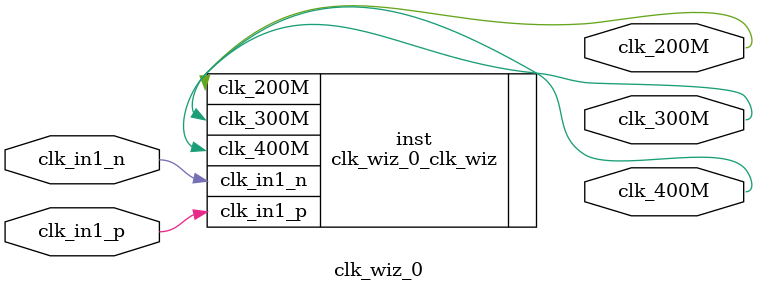
<source format=v>


`timescale 1ps/1ps

(* CORE_GENERATION_INFO = "clk_wiz_0,clk_wiz_v6_0_9_0_0,{component_name=clk_wiz_0,use_phase_alignment=false,use_min_o_jitter=false,use_max_i_jitter=false,use_dyn_phase_shift=false,use_inclk_switchover=false,use_dyn_reconfig=false,enable_axi=0,feedback_source=FDBK_AUTO,PRIMITIVE=MMCM,num_out_clk=3,clkin1_period=3.333,clkin2_period=10.0,use_power_down=false,use_reset=false,use_locked=false,use_inclk_stopped=false,feedback_type=SINGLE,CLOCK_MGR_TYPE=NA,manual_override=false}" *)

module clk_wiz_0 
 (
  // Clock out ports
  output        clk_200M,
  output        clk_300M,
  output        clk_400M,
 // Clock in ports
  input         clk_in1_p,
  input         clk_in1_n
 );

  clk_wiz_0_clk_wiz inst
  (
  // Clock out ports  
  .clk_200M(clk_200M),
  .clk_300M(clk_300M),
  .clk_400M(clk_400M),
 // Clock in ports
  .clk_in1_p(clk_in1_p),
  .clk_in1_n(clk_in1_n)
  );

endmodule

</source>
